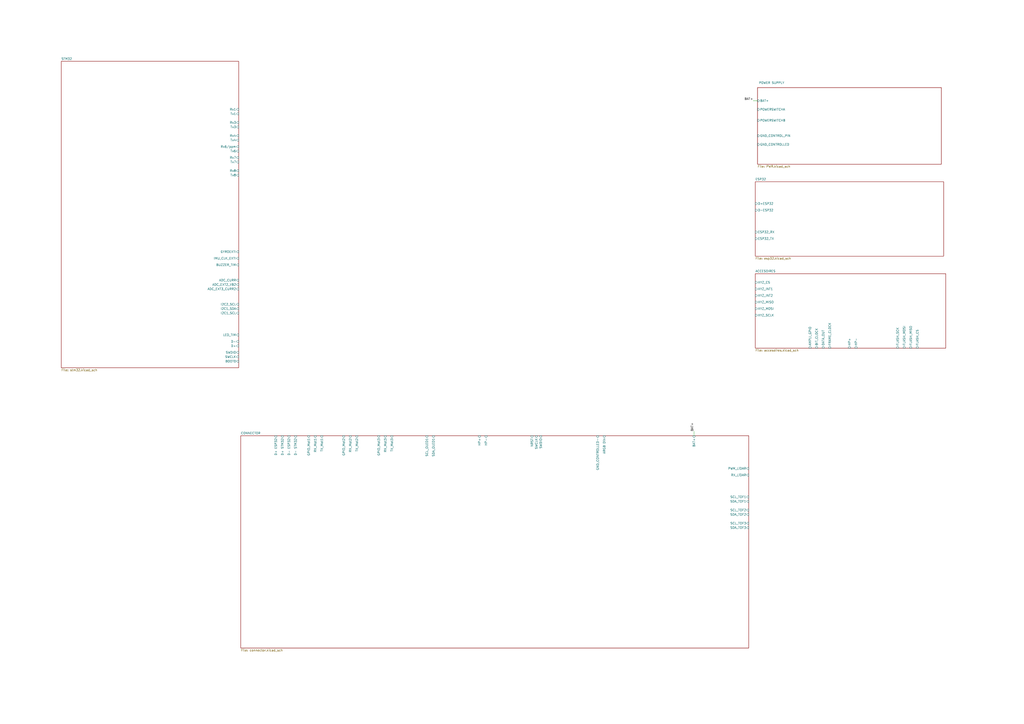
<source format=kicad_sch>
(kicad_sch
	(version 20250114)
	(generator "eeschema")
	(generator_version "9.0")
	(uuid "64301b3d-8a16-47d9-a9c6-0068257932ba")
	(paper "A2")
	(lib_symbols)
	(wire
		(pts
			(xy 436.88 58.42) (xy 439.42 58.42)
		)
		(stroke
			(width 0)
			(type default)
		)
		(uuid "38d7334a-892c-402f-8d5c-ab4525ea677d")
	)
	(wire
		(pts
			(xy 402.59 250.19) (xy 402.59 252.73)
		)
		(stroke
			(width 0)
			(type default)
		)
		(uuid "c0e0ac0b-a676-49e5-98de-ee7a0777418e")
	)
	(label "BAT+"
		(at 436.88 58.42 180)
		(effects
			(font
				(size 1.27 1.27)
			)
			(justify right bottom)
		)
		(uuid "b14d7fd2-4d33-4d72-9659-599a255d6dfc")
	)
	(label "BAT+"
		(at 402.59 250.19 90)
		(effects
			(font
				(size 1.27 1.27)
			)
			(justify left bottom)
		)
		(uuid "ea43d342-0311-4f56-9ad6-cffb01f4c9d0")
	)
	(sheet
		(at 35.56 35.56)
		(size 102.87 177.8)
		(exclude_from_sim no)
		(in_bom yes)
		(on_board yes)
		(dnp no)
		(fields_autoplaced yes)
		(stroke
			(width 0.1524)
			(type solid)
		)
		(fill
			(color 0 0 0 0.0000)
		)
		(uuid "20fa27ff-0f58-456a-bc0a-8947fd5978cc")
		(property "Sheetname" "STM32"
			(at 35.56 34.8484 0)
			(effects
				(font
					(size 1.27 1.27)
				)
				(justify left bottom)
			)
		)
		(property "Sheetfile" "stm32.kicad_sch"
			(at 35.56 213.9446 0)
			(effects
				(font
					(size 1.27 1.27)
				)
				(justify left top)
			)
		)
		(pin "ADC_CURR" input
			(at 138.43 162.56 0)
			(uuid "7572e536-554b-4428-8e6c-58d57847ed2b")
			(effects
				(font
					(size 1.27 1.27)
				)
				(justify right)
			)
		)
		(pin "ADC_EXT2_VB2" input
			(at 138.43 165.1 0)
			(uuid "7d077cea-29e9-4157-983e-f4695489130b")
			(effects
				(font
					(size 1.27 1.27)
				)
				(justify right)
			)
		)
		(pin "ADC_EXT3_CURR2" input
			(at 138.43 167.64 0)
			(uuid "21f63d00-a86f-47fd-9134-38bf92519ff3")
			(effects
				(font
					(size 1.27 1.27)
				)
				(justify right)
			)
		)
		(pin "BOOT0" input
			(at 138.43 209.55 0)
			(uuid "0a84f215-c60d-483c-ba92-6a9a934cbe7d")
			(effects
				(font
					(size 1.27 1.27)
				)
				(justify right)
			)
		)
		(pin "BUZZER_TIM" input
			(at 138.43 153.67 0)
			(uuid "4f772605-1104-43a1-b450-e5337a24cdde")
			(effects
				(font
					(size 1.27 1.27)
				)
				(justify right)
			)
		)
		(pin "D+" input
			(at 138.43 200.66 0)
			(uuid "be223268-30c2-4e6f-8165-4f0eb44bf52f")
			(effects
				(font
					(size 1.27 1.27)
				)
				(justify right)
			)
		)
		(pin "D-" input
			(at 138.43 198.12 0)
			(uuid "d760b05d-0351-49a9-ae79-6442db57e092")
			(effects
				(font
					(size 1.27 1.27)
				)
				(justify right)
			)
		)
		(pin "GYROEXTI" input
			(at 138.43 146.05 0)
			(uuid "b27694cd-958f-484e-80d2-10a1ac7528c8")
			(effects
				(font
					(size 1.27 1.27)
				)
				(justify right)
			)
		)
		(pin "I2C1_SCL" input
			(at 138.43 181.61 0)
			(uuid "0839c972-935c-499b-8db2-28c346502e68")
			(effects
				(font
					(size 1.27 1.27)
				)
				(justify right)
			)
		)
		(pin "I2C1_SDA" input
			(at 138.43 179.07 0)
			(uuid "e438053f-321a-4554-b1f1-c2eb9cda9661")
			(effects
				(font
					(size 1.27 1.27)
				)
				(justify right)
			)
		)
		(pin "I2C2_SCL" input
			(at 138.43 176.53 0)
			(uuid "599c3c60-5ad6-4258-bb36-1365bb5369b6")
			(effects
				(font
					(size 1.27 1.27)
				)
				(justify right)
			)
		)
		(pin "IMU_CLK_EXTI" input
			(at 138.43 149.86 0)
			(uuid "0eef8e31-8e2b-42a8-b908-cec4a4a2c615")
			(effects
				(font
					(size 1.27 1.27)
				)
				(justify right)
			)
		)
		(pin "LED_TIM" input
			(at 138.43 194.31 0)
			(uuid "b5088650-740d-4ac2-8fe0-ef4650faea39")
			(effects
				(font
					(size 1.27 1.27)
				)
				(justify right)
			)
		)
		(pin "Rx1" input
			(at 138.43 63.5 0)
			(uuid "bcccc71d-d9c9-44af-95d7-12b451586dee")
			(effects
				(font
					(size 1.27 1.27)
				)
				(justify right)
			)
		)
		(pin "Rx3" input
			(at 138.43 71.12 0)
			(uuid "69a00227-91e0-495d-a50a-27d8b700caa8")
			(effects
				(font
					(size 1.27 1.27)
				)
				(justify right)
			)
		)
		(pin "Rx4" input
			(at 138.43 78.74 0)
			(uuid "e656939f-8474-46e1-b742-c71f6a3791cf")
			(effects
				(font
					(size 1.27 1.27)
				)
				(justify right)
			)
		)
		(pin "Rx6{slash}ppm" input
			(at 138.43 85.09 0)
			(uuid "185bcba0-f230-4eae-9715-2338e1c6a2f3")
			(effects
				(font
					(size 1.27 1.27)
				)
				(justify right)
			)
		)
		(pin "Rx7" input
			(at 138.43 91.44 0)
			(uuid "488dbc53-d799-4509-882c-f86308d505fa")
			(effects
				(font
					(size 1.27 1.27)
				)
				(justify right)
			)
		)
		(pin "Rx8" input
			(at 138.43 99.06 0)
			(uuid "8cb2a23e-7ce8-4dc2-aeee-7e03f7a58514")
			(effects
				(font
					(size 1.27 1.27)
				)
				(justify right)
			)
		)
		(pin "SWCLK" input
			(at 138.43 207.01 0)
			(uuid "0c66c229-abe1-49e1-8fd4-1e361056e0f8")
			(effects
				(font
					(size 1.27 1.27)
				)
				(justify right)
			)
		)
		(pin "SWDIO" input
			(at 138.43 204.47 0)
			(uuid "d79cb805-b5c7-4aa8-bec4-46b0d7627daf")
			(effects
				(font
					(size 1.27 1.27)
				)
				(justify right)
			)
		)
		(pin "Tx1" input
			(at 138.43 66.04 0)
			(uuid "893d52be-7b65-49c7-9239-f7aaa668d3eb")
			(effects
				(font
					(size 1.27 1.27)
				)
				(justify right)
			)
		)
		(pin "Tx3" input
			(at 138.43 73.66 0)
			(uuid "72363233-5f2f-46b0-a75e-5a3582083b23")
			(effects
				(font
					(size 1.27 1.27)
				)
				(justify right)
			)
		)
		(pin "Tx4" input
			(at 138.43 81.28 0)
			(uuid "29be8e6b-a96c-4f54-960e-b26153e04c8f")
			(effects
				(font
					(size 1.27 1.27)
				)
				(justify right)
			)
		)
		(pin "Tx6" input
			(at 138.43 87.63 0)
			(uuid "ea02f447-a167-4708-87df-210fc75174a1")
			(effects
				(font
					(size 1.27 1.27)
				)
				(justify right)
			)
		)
		(pin "Tx7" input
			(at 138.43 93.98 0)
			(uuid "899c8750-fda0-4dc1-8763-cb62dad21015")
			(effects
				(font
					(size 1.27 1.27)
				)
				(justify right)
			)
		)
		(pin "Tx8" input
			(at 138.43 101.6 0)
			(uuid "86260c02-9976-4a6a-a7a6-db12b3e8b0b5")
			(effects
				(font
					(size 1.27 1.27)
				)
				(justify right)
			)
		)
		(instances
			(project "PCB_PAPI"
				(path "/64301b3d-8a16-47d9-a9c6-0068257932ba"
					(page "2")
				)
			)
		)
	)
	(sheet
		(at 139.7 252.73)
		(size 294.64 123.19)
		(exclude_from_sim no)
		(in_bom yes)
		(on_board yes)
		(dnp no)
		(fields_autoplaced yes)
		(stroke
			(width 0.1524)
			(type solid)
		)
		(fill
			(color 0 0 0 0.0000)
		)
		(uuid "3b0227fd-8888-44e2-94a5-1880f3393fd0")
		(property "Sheetname" "CONNECTOR"
			(at 139.7 252.0184 0)
			(effects
				(font
					(size 1.27 1.27)
				)
				(justify left bottom)
			)
		)
		(property "Sheetfile" "connector.kicad_sch"
			(at 139.7 376.5046 0)
			(effects
				(font
					(size 1.27 1.27)
				)
				(justify left top)
			)
		)
		(pin "BAT+" input
			(at 402.59 252.73 90)
			(uuid "76298712-f6ee-44e5-a073-a0277120d68b")
			(effects
				(font
					(size 1.27 1.27)
				)
				(justify right)
			)
		)
		(pin "ARGB Din" input
			(at 350.52 252.73 90)
			(uuid "1a6df731-6be1-46d3-a089-853419daf182")
			(effects
				(font
					(size 1.27 1.27)
				)
				(justify right)
			)
		)
		(pin "D+ ESP32" input
			(at 160.02 252.73 90)
			(uuid "4965c0d1-4211-4ad1-9c85-340a958af76d")
			(effects
				(font
					(size 1.27 1.27)
				)
				(justify right)
			)
		)
		(pin "D+ STM32" input
			(at 163.83 252.73 90)
			(uuid "8dec04ec-88e0-4ced-897a-96af264e9695")
			(effects
				(font
					(size 1.27 1.27)
				)
				(justify right)
			)
		)
		(pin "D- ESP32" input
			(at 167.64 252.73 90)
			(uuid "355629dc-be9d-479e-b3b0-cc4e9378e44a")
			(effects
				(font
					(size 1.27 1.27)
				)
				(justify right)
			)
		)
		(pin "D- STM32" input
			(at 171.45 252.73 90)
			(uuid "f2e87dc5-95d9-488a-9a06-59059679a0cd")
			(effects
				(font
					(size 1.27 1.27)
				)
				(justify right)
			)
		)
		(pin "GND_CONTROLLED-" input
			(at 346.71 252.73 90)
			(uuid "33f96ea7-31d3-4615-a2de-ff3bd96672e8")
			(effects
				(font
					(size 1.27 1.27)
				)
				(justify right)
			)
		)
		(pin "GPIO_Mot1" input
			(at 179.07 252.73 90)
			(uuid "6ed72ccc-2edc-49fc-bde1-9ea21da56712")
			(effects
				(font
					(size 1.27 1.27)
				)
				(justify right)
			)
		)
		(pin "GPIO_Mot2" input
			(at 199.39 252.73 90)
			(uuid "349e43fb-7a15-4b14-befa-4112f3d0111d")
			(effects
				(font
					(size 1.27 1.27)
				)
				(justify right)
			)
		)
		(pin "GPIO_Mot3" input
			(at 219.71 252.73 90)
			(uuid "4598822c-a033-4fac-a5ff-b9b91e13f20d")
			(effects
				(font
					(size 1.27 1.27)
				)
				(justify right)
			)
		)
		(pin "HP+" input
			(at 278.13 252.73 90)
			(uuid "59342305-a3b0-40be-ba62-358e353a663e")
			(effects
				(font
					(size 1.27 1.27)
				)
				(justify right)
			)
		)
		(pin "HP-" input
			(at 281.94 252.73 90)
			(uuid "2fc0bdb3-499e-4193-b6f3-5f7a44b89a81")
			(effects
				(font
					(size 1.27 1.27)
				)
				(justify right)
			)
		)
		(pin "NRST" input
			(at 308.61 252.73 90)
			(uuid "15fefe0c-f29e-4049-9909-7d62d7437c54")
			(effects
				(font
					(size 1.27 1.27)
				)
				(justify right)
			)
		)
		(pin "PWM_LiDAR" input
			(at 434.34 271.78 0)
			(uuid "f000da0d-6f35-4f64-8279-5f1c8e0a0cb1")
			(effects
				(font
					(size 1.27 1.27)
				)
				(justify right)
			)
		)
		(pin "RX_LiDAR" input
			(at 434.34 275.59 0)
			(uuid "a1f94092-ee29-461d-a5b1-241975d4f4fe")
			(effects
				(font
					(size 1.27 1.27)
				)
				(justify right)
			)
		)
		(pin "RX_Mot1" input
			(at 182.88 252.73 90)
			(uuid "4dcce79f-78d3-4a9c-892e-4f8073cf3c7f")
			(effects
				(font
					(size 1.27 1.27)
				)
				(justify right)
			)
		)
		(pin "RX_Mot2" input
			(at 203.2 252.73 90)
			(uuid "23584a91-3666-4086-ba08-9a53ee0659e6")
			(effects
				(font
					(size 1.27 1.27)
				)
				(justify right)
			)
		)
		(pin "RX_Mot3" input
			(at 223.52 252.73 90)
			(uuid "1f625194-0dbb-461a-9937-bf2b86d5b092")
			(effects
				(font
					(size 1.27 1.27)
				)
				(justify right)
			)
		)
		(pin "SCL_OLED1" input
			(at 247.65 252.73 90)
			(uuid "1a5df03d-e5ce-4868-8fd2-18425277adb8")
			(effects
				(font
					(size 1.27 1.27)
				)
				(justify right)
			)
		)
		(pin "SCL_TOF1" input
			(at 434.34 288.29 0)
			(uuid "9037eaa3-0ce0-4450-9d14-e66a5745422d")
			(effects
				(font
					(size 1.27 1.27)
				)
				(justify right)
			)
		)
		(pin "SCL_TOF2" input
			(at 434.34 295.91 0)
			(uuid "d3721833-523a-4bde-881b-c773cb7398f9")
			(effects
				(font
					(size 1.27 1.27)
				)
				(justify right)
			)
		)
		(pin "SCL_TOF3" input
			(at 434.34 303.53 0)
			(uuid "7b5f74c5-d2e8-479d-9d52-ce558d6797f7")
			(effects
				(font
					(size 1.27 1.27)
				)
				(justify right)
			)
		)
		(pin "SDA_OLED1" input
			(at 251.46 252.73 90)
			(uuid "a3d025d3-06d6-4598-b1b0-16e28b56a421")
			(effects
				(font
					(size 1.27 1.27)
				)
				(justify right)
			)
		)
		(pin "SDA_TOF1" input
			(at 434.34 290.83 0)
			(uuid "5585fa29-04b2-4c7c-bab9-010a17d8b868")
			(effects
				(font
					(size 1.27 1.27)
				)
				(justify right)
			)
		)
		(pin "SDA_TOF2" input
			(at 434.34 298.45 0)
			(uuid "86438adf-38df-4d09-ae6e-4b3870e796f0")
			(effects
				(font
					(size 1.27 1.27)
				)
				(justify right)
			)
		)
		(pin "SDA_TOF3" input
			(at 434.34 306.07 0)
			(uuid "bdfae78c-7c7d-42b0-a269-8147fb2373ec")
			(effects
				(font
					(size 1.27 1.27)
				)
				(justify right)
			)
		)
		(pin "SWCLK" input
			(at 311.15 252.73 90)
			(uuid "e2c91b07-6a41-4785-a525-7602d96d2aab")
			(effects
				(font
					(size 1.27 1.27)
				)
				(justify right)
			)
		)
		(pin "SWDIO" input
			(at 313.69 252.73 90)
			(uuid "17973967-ce7c-4daa-b961-225b09bcabae")
			(effects
				(font
					(size 1.27 1.27)
				)
				(justify right)
			)
		)
		(pin "TX_Mot1" input
			(at 186.69 252.73 90)
			(uuid "483f80e7-9a77-4591-bc8b-ec53118cfe1b")
			(effects
				(font
					(size 1.27 1.27)
				)
				(justify right)
			)
		)
		(pin "TX_Mot2" input
			(at 207.01 252.73 90)
			(uuid "504104a3-9677-4a9d-9500-6dbe75d0f33d")
			(effects
				(font
					(size 1.27 1.27)
				)
				(justify right)
			)
		)
		(pin "TX_Mot3" input
			(at 227.33 252.73 90)
			(uuid "7477dd8c-5c9e-482c-8990-3e580037ae30")
			(effects
				(font
					(size 1.27 1.27)
				)
				(justify right)
			)
		)
		(instances
			(project "PCB_PAPI"
				(path "/64301b3d-8a16-47d9-a9c6-0068257932ba"
					(page "3")
				)
			)
		)
	)
	(sheet
		(at 439.42 50.8)
		(size 106.68 44.45)
		(exclude_from_sim no)
		(in_bom yes)
		(on_board yes)
		(dnp no)
		(stroke
			(width 0.1524)
			(type solid)
		)
		(fill
			(color 0 0 0 0.0000)
		)
		(uuid "847f55ac-306c-4b7a-8ec1-939febc79176")
		(property "Sheetname" "POWER SUPPLY"
			(at 440.182 48.768 0)
			(effects
				(font
					(size 1.27 1.27)
				)
				(justify left bottom)
			)
		)
		(property "Sheetfile" "PWR.kicad_sch"
			(at 439.42 95.8346 0)
			(effects
				(font
					(size 1.27 1.27)
				)
				(justify left top)
			)
		)
		(pin "GND_CONTROLLED" input
			(at 439.42 83.82 180)
			(uuid "a8584277-c5bc-43bd-8335-d747dbea9b70")
			(effects
				(font
					(size 1.27 1.27)
				)
				(justify left)
			)
		)
		(pin "GND_CONTROL_PIN" input
			(at 439.42 78.74 180)
			(uuid "ddf27a71-53d1-4073-8033-087bbcb14f0a")
			(effects
				(font
					(size 1.27 1.27)
				)
				(justify left)
			)
		)
		(pin "BAT+" input
			(at 439.42 58.42 180)
			(uuid "52f101fa-ff0f-46b4-9608-6f6537383757")
			(effects
				(font
					(size 1.27 1.27)
				)
				(justify left)
			)
		)
		(pin "POWERSWITCHA" input
			(at 439.42 63.5 180)
			(uuid "1187e89a-2d6d-47dc-b2fe-22b7283512c7")
			(effects
				(font
					(size 1.27 1.27)
				)
				(justify left)
			)
		)
		(pin "POWERSWITCHB" input
			(at 439.42 69.85 180)
			(uuid "b9061915-b139-4a57-9e91-4cfdbf4b83b7")
			(effects
				(font
					(size 1.27 1.27)
				)
				(justify left)
			)
		)
		(instances
			(project "PCB_PAPI"
				(path "/64301b3d-8a16-47d9-a9c6-0068257932ba"
					(page "4")
				)
			)
		)
	)
	(sheet
		(at 438.15 158.75)
		(size 110.49 43.18)
		(exclude_from_sim no)
		(in_bom yes)
		(on_board yes)
		(dnp no)
		(fields_autoplaced yes)
		(stroke
			(width 0.1524)
			(type solid)
		)
		(fill
			(color 0 0 0 0.0000)
		)
		(uuid "a7cacbc0-0feb-46ad-bb90-db8895701fc9")
		(property "Sheetname" "ACCESOIRES"
			(at 438.15 158.0384 0)
			(effects
				(font
					(size 1.27 1.27)
				)
				(justify left bottom)
			)
		)
		(property "Sheetfile" "accesoires.kicad_sch"
			(at 438.15 202.5146 0)
			(effects
				(font
					(size 1.27 1.27)
				)
				(justify left top)
			)
		)
		(pin "AMPLI_GPIO" input
			(at 469.9 201.93 270)
			(uuid "ec63b5f4-9a43-4df7-b067-b2b0fbaec69f")
			(effects
				(font
					(size 1.27 1.27)
				)
				(justify left)
			)
		)
		(pin "BIT_CLOCK" input
			(at 473.71 201.93 270)
			(uuid "1527e87b-fd35-4277-88cf-0d64c3eb3f81")
			(effects
				(font
					(size 1.27 1.27)
				)
				(justify left)
			)
		)
		(pin "DATA_OUT" input
			(at 477.52 201.93 270)
			(uuid "52421ca8-bbc8-4522-a8a0-f7b2acc7f0fb")
			(effects
				(font
					(size 1.27 1.27)
				)
				(justify left)
			)
		)
		(pin "FLASH_CS" input
			(at 532.13 201.93 270)
			(uuid "b8a13cae-4058-43cb-b2fa-ba15218ddfea")
			(effects
				(font
					(size 1.27 1.27)
				)
				(justify left)
			)
		)
		(pin "FLASH_MISO" input
			(at 528.32 201.93 270)
			(uuid "0dc32265-a77e-4232-bda6-6246001b282d")
			(effects
				(font
					(size 1.27 1.27)
				)
				(justify left)
			)
		)
		(pin "FLASH_MOSI" input
			(at 524.51 201.93 270)
			(uuid "fe04f3af-e09a-436e-a529-f24fd1876908")
			(effects
				(font
					(size 1.27 1.27)
				)
				(justify left)
			)
		)
		(pin "FLASH_SCK" input
			(at 520.7 201.93 270)
			(uuid "3f7c8784-d250-466e-ab07-30a9472564f2")
			(effects
				(font
					(size 1.27 1.27)
				)
				(justify left)
			)
		)
		(pin "FRAME_CLOCK" input
			(at 481.33 201.93 270)
			(uuid "0a37a623-dab1-409d-8593-257dc3acdb2a")
			(effects
				(font
					(size 1.27 1.27)
				)
				(justify left)
			)
		)
		(pin "HP+" input
			(at 492.76 201.93 270)
			(uuid "0cc133fe-dc2a-46f4-b787-551aff120f73")
			(effects
				(font
					(size 1.27 1.27)
				)
				(justify left)
			)
		)
		(pin "HP-" input
			(at 496.57 201.93 270)
			(uuid "45a00270-5bd0-4b90-bc65-582b5626efcd")
			(effects
				(font
					(size 1.27 1.27)
				)
				(justify left)
			)
		)
		(pin "XYZ_CS" input
			(at 438.15 163.83 180)
			(uuid "9c8ca18d-3163-4982-86d7-72c33d8122fb")
			(effects
				(font
					(size 1.27 1.27)
				)
				(justify left)
			)
		)
		(pin "XYZ_INT1" input
			(at 438.15 167.64 180)
			(uuid "05958282-57c1-48d8-8908-1c4052ed7579")
			(effects
				(font
					(size 1.27 1.27)
				)
				(justify left)
			)
		)
		(pin "XYZ_INT2" input
			(at 438.15 171.45 180)
			(uuid "43fee78b-62c6-49eb-a37a-e3009404a3e2")
			(effects
				(font
					(size 1.27 1.27)
				)
				(justify left)
			)
		)
		(pin "XYZ_MISO" input
			(at 438.15 175.26 180)
			(uuid "c01c4998-9416-4b79-9c7e-e2252e15b902")
			(effects
				(font
					(size 1.27 1.27)
				)
				(justify left)
			)
		)
		(pin "XYZ_MOSI" input
			(at 438.15 179.07 180)
			(uuid "00185726-7765-4de8-900f-c9e408cdd862")
			(effects
				(font
					(size 1.27 1.27)
				)
				(justify left)
			)
		)
		(pin "XYZ_SCLK" input
			(at 438.15 182.88 180)
			(uuid "1c9d5061-e208-4556-9f8c-2e623ff7e650")
			(effects
				(font
					(size 1.27 1.27)
				)
				(justify left)
			)
		)
		(instances
			(project "PCB_PAPI"
				(path "/64301b3d-8a16-47d9-a9c6-0068257932ba"
					(page "6")
				)
			)
		)
	)
	(sheet
		(at 438.15 105.41)
		(size 109.22 43.18)
		(exclude_from_sim no)
		(in_bom yes)
		(on_board yes)
		(dnp no)
		(fields_autoplaced yes)
		(stroke
			(width 0.1524)
			(type solid)
		)
		(fill
			(color 0 0 0 0.0000)
		)
		(uuid "fb485485-e5ee-423e-9fe4-4f0074d92d01")
		(property "Sheetname" "ESP32"
			(at 438.15 104.6984 0)
			(effects
				(font
					(size 1.27 1.27)
				)
				(justify left bottom)
			)
		)
		(property "Sheetfile" "esp32.kicad_sch"
			(at 438.15 149.1746 0)
			(effects
				(font
					(size 1.27 1.27)
				)
				(justify left top)
			)
		)
		(pin "D+ESP32" input
			(at 438.15 118.11 180)
			(uuid "16dc733b-2388-470a-9cc0-a57fbf96f222")
			(effects
				(font
					(size 1.27 1.27)
				)
				(justify left)
			)
		)
		(pin "D-ESP32" input
			(at 438.15 121.92 180)
			(uuid "a773cb02-35b4-4b09-8231-6a3d139670de")
			(effects
				(font
					(size 1.27 1.27)
				)
				(justify left)
			)
		)
		(pin "ESP32_RX" input
			(at 438.15 134.62 180)
			(uuid "6364e760-ca60-424e-96ec-94ce5e58f115")
			(effects
				(font
					(size 1.27 1.27)
				)
				(justify left)
			)
		)
		(pin "ESP32_TX" input
			(at 438.15 138.43 180)
			(uuid "5c4a5a02-fb84-4a46-bcaa-88b7b155f013")
			(effects
				(font
					(size 1.27 1.27)
				)
				(justify left)
			)
		)
		(instances
			(project "PCB_PAPI"
				(path "/64301b3d-8a16-47d9-a9c6-0068257932ba"
					(page "5")
				)
			)
		)
	)
	(sheet_instances
		(path "/"
			(page "1")
		)
	)
	(embedded_fonts no)
)

</source>
